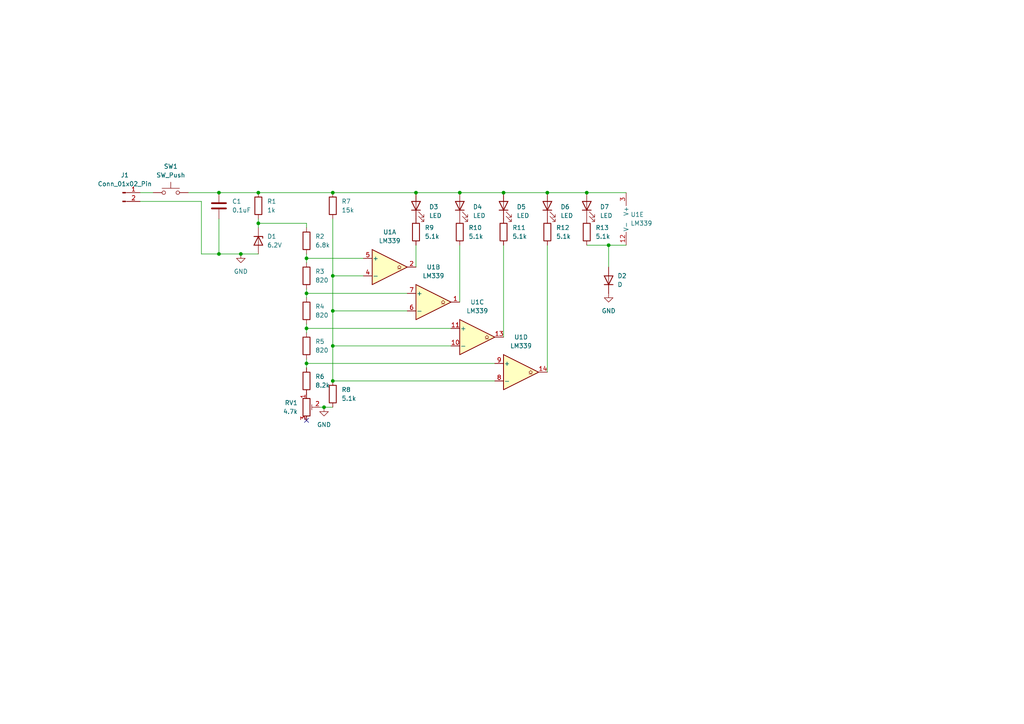
<source format=kicad_sch>
(kicad_sch (version 20231120) (generator "eeschema") (generator_version "8.0")
  (paper "A4")
  (lib_symbols
    (symbol "Comparator:LM339" (pin_names (offset 0.127))
      (property "Reference" "U" (at 0 5.08 0))
      (property "Value" "LM339" (at 0 -5.08 0))
      (symbol "LM339_1_1"
        (polyline (pts (xy -5.08 5.08) (xy 5.08 0) (xy -5.08 -5.08) (xy -5.08 5.08)) (stroke (width 0.254)) (fill (type background)))
        (polyline (pts (xy 3.302 -0.508) (xy 2.794 -0.508) (xy 3.302 0) (xy 2.794 0.508) (xy 2.286 0) (xy 2.794 -0.508) (xy 2.286 -0.508)) (stroke (width 0.127)))
        (pin open_collector line (at 7.62 0 180) (length 2.54) (name "~") (number "2"))
        (pin input line (at -7.62 -2.54 0) (length 2.54) (name "-") (number "4"))
        (pin input line (at -7.62 2.54 0) (length 2.54) (name "+") (number "5"))
      )
      (symbol "LM339_2_1"
        (polyline (pts (xy -5.08 5.08) (xy 5.08 0) (xy -5.08 -5.08) (xy -5.08 5.08)) (stroke (width 0.254)) (fill (type background)))
        (polyline (pts (xy 3.302 -0.508) (xy 2.794 -0.508) (xy 3.302 0) (xy 2.794 0.508) (xy 2.286 0) (xy 2.794 -0.508) (xy 2.286 -0.508)) (stroke (width 0.127)))
        (pin open_collector line (at 7.62 0 180) (length 2.54) (name "~") (number "1"))
        (pin input line (at -7.62 -2.54 0) (length 2.54) (name "-") (number "6"))
        (pin input line (at -7.62 2.54 0) (length 2.54) (name "+") (number "7"))
      )
      (symbol "LM339_3_1"
        (polyline (pts (xy -5.08 5.08) (xy 5.08 0) (xy -5.08 -5.08) (xy -5.08 5.08)) (stroke (width 0.254)) (fill (type background)))
        (polyline (pts (xy 3.302 -0.508) (xy 2.794 -0.508) (xy 3.302 0) (xy 2.794 0.508) (xy 2.286 0) (xy 2.794 -0.508) (xy 2.286 -0.508)) (stroke (width 0.127)))
        (pin input line (at -7.62 -2.54 0) (length 2.54) (name "-") (number "10"))
        (pin input line (at -7.62 2.54 0) (length 2.54) (name "+") (number "11"))
        (pin open_collector line (at 7.62 0 180) (length 2.54) (name "~") (number "13"))
      )
      (symbol "LM339_4_1"
        (polyline (pts (xy -5.08 5.08) (xy 5.08 0) (xy -5.08 -5.08) (xy -5.08 5.08)) (stroke (width 0.254)) (fill (type background)))
        (polyline (pts (xy 3.302 -0.508) (xy 2.794 -0.508) (xy 3.302 0) (xy 2.794 0.508) (xy 2.286 0) (xy 2.794 -0.508) (xy 2.286 -0.508)) (stroke (width 0.127)))
        (pin open_collector line (at 7.62 0 180) (length 2.54) (name "~") (number "14"))
        (pin input line (at -7.62 -2.54 0) (length 2.54) (name "-") (number "8"))
        (pin input line (at -7.62 2.54 0) (length 2.54) (name "+") (number "9"))
      )
      (symbol "LM339_5_1"
        (pin power_in line (at -2.54 -7.62 90) (length 3.81) (name "V-") (number "12"))
        (pin power_in line (at -2.54 7.62 270) (length 3.81) (name "V+") (number "3"))
      )
    )
    (symbol "Connector:Conn_01x02_Pin" (pin_names (offset 1.016) hide)
      (property "Reference" "J" (at 0 2.54 0))
      (property "Value" "Conn_01x02_Pin" (at 0 -5.08 0))
      (symbol "Conn_01x02_Pin_1_1"
        (polyline (pts (xy 1.27 -2.54) (xy 0.8636 -2.54)) (stroke (width 0.1524)))
        (polyline (pts (xy 1.27 0) (xy 0.8636 0)) (stroke (width 0.1524)))
        (rectangle (start 0.8636 -2.413) (end 0 -2.667) (stroke (width 0.1524)) (fill (type outline)))
        (rectangle (start 0.8636 0.127) (end 0 -0.127) (stroke (width 0.1524)) (fill (type outline)))
        (pin passive line (at 5.08 0 180) (length 3.81) (name "Pin_1") (number "1"))
        (pin passive line (at 5.08 -2.54 180) (length 3.81) (name "Pin_2") (number "2"))
      )
    )
    (symbol "Device:C" (pin_numbers hide) (pin_names (offset 0.254))
      (property "Reference" "C" (at 0.635 2.54 0))
      (property "Value" "C" (at 0.635 -2.54 0))
      (symbol "C_0_1"
        (polyline (pts (xy -2.032 -0.762) (xy 2.032 -0.762)) (stroke (width 0.508)))
        (polyline (pts (xy -2.032 0.762) (xy 2.032 0.762)) (stroke (width 0.508)))
      )
      (symbol "C_1_1"
        (pin passive line (at 0 3.81 270) (length 2.794) (name "~") (number "1"))
        (pin passive line (at 0 -3.81 90) (length 2.794) (name "~") (number "2"))
      )
    )
    (symbol "Device:D" (pin_numbers hide) (pin_names (offset 1.016) hide)
      (property "Reference" "D" (at 0 2.54 0))
      (property "Value" "D" (at 0 -2.54 0))
      (symbol "D_0_1"
        (polyline (pts (xy -1.27 1.27) (xy -1.27 -1.27)) (stroke (width 0.254)))
        (polyline (pts (xy 1.27 0) (xy -1.27 0)))
        (polyline (pts (xy 1.27 1.27) (xy 1.27 -1.27) (xy -1.27 0) (xy 1.27 1.27)) (stroke (width 0.254)))
      )
      (symbol "D_1_1"
        (pin passive line (at -3.81 0 0) (length 2.54) (name "K") (number "1"))
        (pin passive line (at 3.81 0 180) (length 2.54) (name "A") (number "2"))
      )
    )
    (symbol "Device:D_Zener" (pin_numbers hide) (pin_names (offset 1.016) hide)
      (property "Reference" "D" (at 0 2.54 0))
      (property "Value" "D_Zener" (at 0 -2.54 0))
      (symbol "D_Zener_0_1"
        (polyline (pts (xy 1.27 0) (xy -1.27 0)))
        (polyline (pts (xy -1.27 -1.27) (xy -1.27 1.27) (xy -0.762 1.27)) (stroke (width 0.254)))
        (polyline (pts (xy 1.27 -1.27) (xy 1.27 1.27) (xy -1.27 0) (xy 1.27 -1.27)) (stroke (width 0.254)))
      )
      (symbol "D_Zener_1_1"
        (pin passive line (at -3.81 0 0) (length 2.54) (name "K") (number "1"))
        (pin passive line (at 3.81 0 180) (length 2.54) (name "A") (number "2"))
      )
    )
    (symbol "Device:LED" (pin_numbers hide) (pin_names (offset 1.016) hide)
      (property "Reference" "D" (at 0 2.54 0))
      (property "Value" "LED" (at 0 -2.54 0))
      (symbol "LED_0_1"
        (polyline (pts (xy -1.27 -1.27) (xy -1.27 1.27)) (stroke (width 0.254)))
        (polyline (pts (xy -1.27 0) (xy 1.27 0)))
        (polyline (pts (xy 1.27 -1.27) (xy 1.27 1.27) (xy -1.27 0) (xy 1.27 -1.27)) (stroke (width 0.254)))
        (polyline (pts (xy -3.048 -0.762) (xy -4.572 -2.286) (xy -3.81 -2.286) (xy -4.572 -2.286) (xy -4.572 -1.524)))
        (polyline (pts (xy -1.778 -0.762) (xy -3.302 -2.286) (xy -2.54 -2.286) (xy -3.302 -2.286) (xy -3.302 -1.524)))
      )
      (symbol "LED_1_1"
        (pin passive line (at -3.81 0 0) (length 2.54) (name "K") (number "1"))
        (pin passive line (at 3.81 0 180) (length 2.54) (name "A") (number "2"))
      )
    )
    (symbol "Device:R" (pin_numbers hide) (pin_names (offset 0))
      (property "Reference" "R" (at 2.032 0 90))
      (property "Value" "R" (at 0 0 90))
      (symbol "R_0_1"
        (rectangle (start -1.016 -2.54) (end 1.016 2.54) (stroke (width 0.254)))
      )
      (symbol "R_1_1"
        (pin passive line (at 0 3.81 270) (length 1.27) (name "~") (number "1"))
        (pin passive line (at 0 -3.81 90) (length 1.27) (name "~") (number "2"))
      )
    )
    (symbol "Device:R_Potentiometer_Trim" (pin_names (offset 1.016) hide)
      (property "Reference" "RV" (at -4.445 0 90))
      (property "Value" "R_Potentiometer_Trim" (at -2.54 0 90))
      (symbol "R_Potentiometer_Trim_0_1"
        (polyline (pts (xy 1.524 0.762) (xy 1.524 -0.762)))
        (polyline (pts (xy 2.54 0) (xy 1.524 0)))
        (rectangle (start 1.016 2.54) (end -1.016 -2.54) (stroke (width 0.254)))
      )
      (symbol "R_Potentiometer_Trim_1_1"
        (pin passive line (at 0 3.81 270) (length 1.27) (name "1") (number "1"))
        (pin passive line (at 3.81 0 180) (length 1.27) (name "2") (number "2"))
        (pin passive line (at 0 -3.81 90) (length 1.27) (name "3") (number "3"))
      )
    )
    (symbol "Switch:SW_Push" (pin_numbers hide) (pin_names (offset 1.016) hide)
      (property "Reference" "SW" (at 1.27 2.54 0))
      (property "Value" "SW_Push" (at 0 -1.524 0))
      (symbol "SW_Push_0_1"
        (circle (center -2.032 0) (radius 0.508))
        (polyline (pts (xy 0 1.27) (xy 0 3.048)))
        (polyline (pts (xy 2.54 1.27) (xy -2.54 1.27)))
        (circle (center 2.032 0) (radius 0.508))
        (pin passive line (at -5.08 0 0) (length 2.54) (name "1") (number "1"))
        (pin passive line (at 5.08 0 180) (length 2.54) (name "2") (number "2"))
      )
    )
    (symbol "power:GND" (power) (pin_numbers hide) (pin_names (offset 0) hide)
      (property "Value" "GND" (at 0 -3.81 0))
      (symbol "GND_0_1"
        (polyline (pts (xy 0 0) (xy 0 -1.27) (xy 1.27 -1.27) (xy 0 -2.54) (xy -1.27 -1.27) (xy 0 -1.27)))
      )
      (symbol "GND_1_1"
        (pin power_in line (at 0 0 270) (length 0) (name "~") (number "1"))
      )
    )
  )
  (junction (at 88.9 95.25))
  (junction (at 96.52 90.17))
  (junction (at 69.85 73.66))
  (junction (at 120.65 55.88))
  (junction (at 63.5 55.88))
  (junction (at 74.93 55.88))
  (junction (at 96.52 55.88))
  (junction (at 133.35 55.88))
  (junction (at 88.9 105.41))
  (junction (at 96.52 100.33))
  (junction (at 176.53 71.12))
  (junction (at 88.9 85.09))
  (junction (at 93.98 118.11))
  (junction (at 74.93 64.77))
  (junction (at 63.5 73.66))
  (junction (at 96.52 110.49))
  (junction (at 96.52 80.01))
  (junction (at 170.18 55.88))
  (junction (at 158.75 55.88))
  (junction (at 88.9 74.93))
  (junction (at 146.05 55.88))
  (no_connect (at 88.9 121.92))
  (wire (pts (xy 88.9 105.41) (xy 143.51 105.41)))
  (wire (pts (xy 63.5 55.88) (xy 74.93 55.88)))
  (wire (pts (xy 74.93 64.77) (xy 74.93 66.04)))
  (wire (pts (xy 158.75 55.88) (xy 170.18 55.88)))
  (wire (pts (xy 88.9 85.09) (xy 118.11 85.09)))
  (wire (pts (xy 88.9 95.25) (xy 130.81 95.25)))
  (wire (pts (xy 133.35 55.88) (xy 146.05 55.88)))
  (wire (pts (xy 96.52 100.33) (xy 96.52 110.49)))
  (wire (pts (xy 74.93 55.88) (xy 96.52 55.88)))
  (wire (pts (xy 96.52 100.33) (xy 130.81 100.33)))
  (wire (pts (xy 63.5 63.5) (xy 63.5 73.66)))
  (wire (pts (xy 88.9 93.98) (xy 88.9 95.25)))
  (wire (pts (xy 88.9 105.41) (xy 88.9 106.68)))
  (wire (pts (xy 96.52 55.88) (xy 120.65 55.88)))
  (wire (pts (xy 170.18 55.88) (xy 181.61 55.88)))
  (wire (pts (xy 93.98 118.11) (xy 96.52 118.11)))
  (wire (pts (xy 133.35 71.12) (xy 133.35 87.63)))
  (wire (pts (xy 88.9 64.77) (xy 74.93 64.77)))
  (wire (pts (xy 74.93 63.5) (xy 74.93 64.77)))
  (wire (pts (xy 58.42 58.42) (xy 58.42 73.66)))
  (wire (pts (xy 88.9 74.93) (xy 88.9 76.2)))
  (wire (pts (xy 88.9 66.04) (xy 88.9 64.77)))
  (wire (pts (xy 96.52 90.17) (xy 96.52 100.33)))
  (wire (pts (xy 40.64 58.42) (xy 58.42 58.42)))
  (wire (pts (xy 40.64 55.88) (xy 44.45 55.88)))
  (wire (pts (xy 54.61 55.88) (xy 63.5 55.88)))
  (wire (pts (xy 88.9 104.14) (xy 88.9 105.41)))
  (wire (pts (xy 88.9 85.09) (xy 88.9 86.36)))
  (wire (pts (xy 176.53 71.12) (xy 181.61 71.12)))
  (wire (pts (xy 69.85 73.66) (xy 74.93 73.66)))
  (wire (pts (xy 170.18 71.12) (xy 176.53 71.12)))
  (wire (pts (xy 146.05 55.88) (xy 158.75 55.88)))
  (wire (pts (xy 92.71 118.11) (xy 93.98 118.11)))
  (wire (pts (xy 88.9 73.66) (xy 88.9 74.93)))
  (wire (pts (xy 120.65 55.88) (xy 133.35 55.88)))
  (wire (pts (xy 146.05 71.12) (xy 146.05 97.79)))
  (wire (pts (xy 88.9 74.93) (xy 105.41 74.93)))
  (wire (pts (xy 96.52 63.5) (xy 96.52 80.01)))
  (wire (pts (xy 63.5 73.66) (xy 69.85 73.66)))
  (wire (pts (xy 176.53 71.12) (xy 176.53 77.47)))
  (wire (pts (xy 158.75 71.12) (xy 158.75 107.95)))
  (wire (pts (xy 58.42 73.66) (xy 63.5 73.66)))
  (wire (pts (xy 120.65 71.12) (xy 120.65 77.47)))
  (wire (pts (xy 88.9 83.82) (xy 88.9 85.09)))
  (wire (pts (xy 96.52 90.17) (xy 118.11 90.17)))
  (wire (pts (xy 96.52 80.01) (xy 96.52 90.17)))
  (wire (pts (xy 96.52 80.01) (xy 105.41 80.01)))
  (wire (pts (xy 96.52 110.49) (xy 143.51 110.49)))
  (wire (pts (xy 88.9 95.25) (xy 88.9 96.52)))
  (symbol (lib_id "Comparator:LM339") (at 125.73 87.63 0) (unit 2)
    (property "Reference" "U1" (at 125.73 77.47 0))
    (property "Value" "LM339" (at 125.73 80.01 0))
    (property "Footprint" "Package_SO:SSOP-14_5.3x6.2mm_P0.65mm" (effects (hide yes)))
    (property "Datasheet" "https://www.st.com/resource/en/datasheet/lm139.pdf" (effects (hide yes)))
    (property "Description" "Quad Differential Comparators, SOIC-14/TSSOP-14" (effects (hide yes)))
  )
  (symbol (lib_id "Device:LED") (at 158.75 59.69 90) (unit 1)
    (property "Reference" "D6" (at 162.56 60.0074 90) (effects (justify right)))
    (property "Value" "LED" (at 162.56 62.5474 90) (effects (justify right)))
    (property "Footprint" "LED_SMD:LED_0805_2012Metric_Pad1.15x1.40mm_HandSolder" (effects (hide yes)))
    (property "Description" "Light emitting diode" (effects (hide yes)))
  )
  (symbol (lib_id "power:GND") (at 93.98 118.11 0) (unit 1)
    (property "Reference" "#PWR03" (effects (hide yes)))
    (property "Value" "GND" (at 93.98 123.19 0))
    (property "Description" "Power symbol creates a global label with name \"GND\" , ground" (effects (hide yes)))
  )
  (symbol (lib_id "power:GND") (at 69.85 73.66 0) (unit 1)
    (property "Reference" "#PWR02" (effects (hide yes)))
    (property "Value" "GND" (at 69.85 78.74 0))
    (property "Description" "Power symbol creates a global label with name \"GND\" , ground" (effects (hide yes)))
  )
  (symbol (lib_id "Device:R") (at 158.75 67.31 0) (unit 1)
    (property "Reference" "R12" (at 161.29 66.0399 0) (effects (justify left)))
    (property "Value" "5.1k" (at 161.29 68.5799 0) (effects (justify left)))
    (property "Footprint" "Resistor_SMD:R_0805_2012Metric_Pad1.20x1.40mm_HandSolder" (effects (hide yes)))
    (property "Description" "Resistor" (effects (hide yes)))
  )
  (symbol (lib_id "Device:R_Potentiometer_Trim") (at 88.9 118.11 0) (unit 1)
    (property "Reference" "RV1" (at 86.36 116.8399 0) (effects (justify right)))
    (property "Value" "4.7k" (at 86.36 119.3799 0) (effects (justify right)))
    (property "Footprint" "Potentiometer_SMD:Potentiometer_Bourns_3214J_Horizontal" (effects (hide yes)))
    (property "Description" "Trim-potentiometer" (effects (hide yes)))
  )
  (symbol (lib_id "Comparator:LM339") (at 138.43 97.79 0) (unit 3)
    (property "Reference" "U1" (at 138.43 87.63 0))
    (property "Value" "LM339" (at 138.43 90.17 0))
    (property "Footprint" "Package_SO:SSOP-14_5.3x6.2mm_P0.65mm" (effects (hide yes)))
    (property "Datasheet" "https://www.st.com/resource/en/datasheet/lm139.pdf" (effects (hide yes)))
    (property "Description" "Quad Differential Comparators, SOIC-14/TSSOP-14" (effects (hide yes)))
  )
  (symbol (lib_id "Device:LED") (at 120.65 59.69 90) (unit 1)
    (property "Reference" "D3" (at 124.46 60.0074 90) (effects (justify right)))
    (property "Value" "LED" (at 124.46 62.5474 90) (effects (justify right)))
    (property "Footprint" "LED_SMD:LED_0805_2012Metric_Pad1.15x1.40mm_HandSolder" (effects (hide yes)))
    (property "Description" "Light emitting diode" (effects (hide yes)))
  )
  (symbol (lib_id "Device:R") (at 170.18 67.31 0) (unit 1)
    (property "Reference" "R13" (at 172.72 66.0399 0) (effects (justify left)))
    (property "Value" "5.1k" (at 172.72 68.5799 0) (effects (justify left)))
    (property "Footprint" "Resistor_SMD:R_0805_2012Metric_Pad1.20x1.40mm_HandSolder" (effects (hide yes)))
    (property "Description" "Resistor" (effects (hide yes)))
  )
  (symbol (lib_id "Device:R") (at 74.93 59.69 0) (unit 1)
    (property "Reference" "R1" (at 77.47 58.4199 0) (effects (justify left)))
    (property "Value" "1k" (at 77.47 60.9599 0) (effects (justify left)))
    (property "Footprint" "Resistor_SMD:R_0805_2012Metric_Pad1.20x1.40mm_HandSolder" (effects (hide yes)))
    (property "Description" "Resistor" (effects (hide yes)))
  )
  (symbol (lib_id "Device:R") (at 133.35 67.31 0) (unit 1)
    (property "Reference" "R10" (at 135.89 66.0399 0) (effects (justify left)))
    (property "Value" "5.1k" (at 135.89 68.5799 0) (effects (justify left)))
    (property "Footprint" "Resistor_SMD:R_0805_2012Metric_Pad1.20x1.40mm_HandSolder" (effects (hide yes)))
    (property "Description" "Resistor" (effects (hide yes)))
  )
  (symbol (lib_id "Device:R") (at 96.52 114.3 0) (unit 1)
    (property "Reference" "R8" (at 99.06 113.0299 0) (effects (justify left)))
    (property "Value" "5.1k" (at 99.06 115.5699 0) (effects (justify left)))
    (property "Footprint" "Resistor_SMD:R_0805_2012Metric_Pad1.20x1.40mm_HandSolder" (effects (hide yes)))
    (property "Description" "Resistor" (effects (hide yes)))
  )
  (symbol (lib_id "Device:R") (at 146.05 67.31 0) (unit 1)
    (property "Reference" "R11" (at 148.59 66.0399 0) (effects (justify left)))
    (property "Value" "5.1k" (at 148.59 68.5799 0) (effects (justify left)))
    (property "Footprint" "Resistor_SMD:R_0805_2012Metric_Pad1.20x1.40mm_HandSolder" (effects (hide yes)))
    (property "Description" "Resistor" (effects (hide yes)))
  )
  (symbol (lib_id "Device:R") (at 120.65 67.31 0) (unit 1)
    (property "Reference" "R9" (at 123.19 66.0399 0) (effects (justify left)))
    (property "Value" "5.1k" (at 123.19 68.5799 0) (effects (justify left)))
    (property "Footprint" "Resistor_SMD:R_0805_2012Metric_Pad1.20x1.40mm_HandSolder" (effects (hide yes)))
    (property "Description" "Resistor" (effects (hide yes)))
  )
  (symbol (lib_id "Device:R") (at 88.9 90.17 0) (unit 1)
    (property "Reference" "R4" (at 91.44 88.8999 0) (effects (justify left)))
    (property "Value" "820" (at 91.44 91.4399 0) (effects (justify left)))
    (property "Footprint" "Resistor_SMD:R_0805_2012Metric_Pad1.20x1.40mm_HandSolder" (effects (hide yes)))
    (property "Description" "Resistor" (effects (hide yes)))
  )
  (symbol (lib_id "power:GND") (at 176.53 85.09 0) (unit 1)
    (property "Reference" "#PWR04" (effects (hide yes)))
    (property "Value" "GND" (at 176.53 90.17 0))
    (property "Description" "Power symbol creates a global label with name \"GND\" , ground" (effects (hide yes)))
  )
  (symbol (lib_id "Device:LED") (at 133.35 59.69 90) (unit 1)
    (property "Reference" "D4" (at 137.16 60.0074 90) (effects (justify right)))
    (property "Value" "LED" (at 137.16 62.5474 90) (effects (justify right)))
    (property "Footprint" "LED_SMD:LED_0805_2012Metric_Pad1.15x1.40mm_HandSolder" (effects (hide yes)))
    (property "Description" "Light emitting diode" (effects (hide yes)))
  )
  (symbol (lib_id "Comparator:LM339") (at 113.03 77.47 0) (unit 1)
    (property "Reference" "U1" (at 113.03 67.31 0))
    (property "Value" "LM339" (at 113.03 69.85 0))
    (property "Footprint" "Package_SO:SSOP-14_5.3x6.2mm_P0.65mm" (effects (hide yes)))
    (property "Datasheet" "https://www.st.com/resource/en/datasheet/lm139.pdf" (effects (hide yes)))
    (property "Description" "Quad Differential Comparators, SOIC-14/TSSOP-14" (effects (hide yes)))
  )
  (symbol (lib_id "Comparator:LM339") (at 151.13 107.95 0) (unit 4)
    (property "Reference" "U1" (at 151.13 97.79 0))
    (property "Value" "LM339" (at 151.13 100.33 0))
    (property "Footprint" "Package_SO:SSOP-14_5.3x6.2mm_P0.65mm" (effects (hide yes)))
    (property "Datasheet" "https://www.st.com/resource/en/datasheet/lm139.pdf" (effects (hide yes)))
    (property "Description" "Quad Differential Comparators, SOIC-14/TSSOP-14" (effects (hide yes)))
  )
  (symbol (lib_id "Device:R") (at 96.52 59.69 0) (unit 1)
    (property "Reference" "R7" (at 99.06 58.4199 0) (effects (justify left)))
    (property "Value" "15k" (at 99.06 60.9599 0) (effects (justify left)))
    (property "Footprint" "Resistor_SMD:R_0805_2012Metric_Pad1.20x1.40mm_HandSolder" (effects (hide yes)))
    (property "Description" "Resistor" (effects (hide yes)))
  )
  (symbol (lib_id "Device:C") (at 63.5 59.69 0) (unit 1)
    (property "Reference" "C1" (at 67.31 58.4199 0) (effects (justify left)))
    (property "Value" "0.1uF" (at 67.31 60.9599 0) (effects (justify left)))
    (property "Footprint" "Capacitor_SMD:C_1206_3216Metric_Pad1.33x1.80mm_HandSolder" (effects (hide yes)))
    (property "Description" "Unpolarized capacitor" (effects (hide yes)))
  )
  (symbol (lib_id "Device:D") (at 176.53 81.28 90) (unit 1)
    (property "Reference" "D2" (at 179.07 80.0099 90) (effects (justify right)))
    (property "Value" "D" (at 179.07 82.5499 90) (effects (justify right)))
    (property "Footprint" "Diode_SMD:D_SOD-123" (effects (hide yes)))
    (property "Description" "Diode" (effects (hide yes)))
    (property "Sim.Device" "D" (effects (hide yes)))
    (property "Sim.Pins" "1=K 2=A" (effects (hide yes)))
  )
  (symbol (lib_id "Device:R") (at 88.9 110.49 0) (unit 1)
    (property "Reference" "R6" (at 91.44 109.2199 0) (effects (justify left)))
    (property "Value" "8.2k" (at 91.44 111.7599 0) (effects (justify left)))
    (property "Footprint" "Resistor_SMD:R_0805_2012Metric_Pad1.20x1.40mm_HandSolder" (effects (hide yes)))
    (property "Description" "Resistor" (effects (hide yes)))
  )
  (symbol (lib_id "Device:R") (at 88.9 100.33 0) (unit 1)
    (property "Reference" "R5" (at 91.44 99.0599 0) (effects (justify left)))
    (property "Value" "820" (at 91.44 101.5999 0) (effects (justify left)))
    (property "Footprint" "Resistor_SMD:R_0805_2012Metric_Pad1.20x1.40mm_HandSolder" (effects (hide yes)))
    (property "Description" "Resistor" (effects (hide yes)))
  )
  (symbol (lib_id "Device:R") (at 88.9 69.85 0) (unit 1)
    (property "Reference" "R2" (at 91.44 68.5799 0) (effects (justify left)))
    (property "Value" "6.8k" (at 91.44 71.1199 0) (effects (justify left)))
    (property "Footprint" "Resistor_SMD:R_0805_2012Metric_Pad1.20x1.40mm_HandSolder" (effects (hide yes)))
    (property "Description" "Resistor" (effects (hide yes)))
  )
  (symbol (lib_id "Device:LED") (at 146.05 59.69 90) (unit 1)
    (property "Reference" "D5" (at 149.86 60.0074 90) (effects (justify right)))
    (property "Value" "LED" (at 149.86 62.5474 90) (effects (justify right)))
    (property "Footprint" "LED_SMD:LED_0805_2012Metric_Pad1.15x1.40mm_HandSolder" (effects (hide yes)))
    (property "Description" "Light emitting diode" (effects (hide yes)))
  )
  (symbol (lib_id "Switch:SW_Push") (at 49.53 55.88 0) (unit 1)
    (property "Reference" "SW1" (at 49.53 48.26 0))
    (property "Value" "SW_Push" (at 49.53 50.8 0))
    (property "Footprint" "Button_Switch_SMD:SW_Push_1P1T_NO_6x6mm_H9.5mm" (effects (hide yes)))
    (property "Description" "Push button switch, generic, two pins" (effects (hide yes)))
  )
  (symbol (lib_id "Comparator:LM339") (at 184.15 63.5 0) (unit 5)
    (property "Reference" "U1" (at 182.88 62.2299 0) (effects (justify left)))
    (property "Value" "LM339" (at 182.88 64.7699 0) (effects (justify left)))
    (property "Footprint" "Package_SO:SSOP-14_5.3x6.2mm_P0.65mm" (effects (hide yes)))
    (property "Datasheet" "https://www.st.com/resource/en/datasheet/lm139.pdf" (effects (hide yes)))
    (property "Description" "Quad Differential Comparators, SOIC-14/TSSOP-14" (effects (hide yes)))
  )
  (symbol (lib_id "Device:R") (at 88.9 80.01 0) (unit 1)
    (property "Reference" "R3" (at 91.44 78.7399 0) (effects (justify left)))
    (property "Value" "820" (at 91.44 81.2799 0) (effects (justify left)))
    (property "Footprint" "Resistor_SMD:R_0805_2012Metric_Pad1.20x1.40mm_HandSolder" (effects (hide yes)))
    (property "Description" "Resistor" (effects (hide yes)))
  )
  (symbol (lib_id "Device:D_Zener") (at 74.93 69.85 270) (unit 1)
    (property "Reference" "D1" (at 77.47 68.5799 90) (effects (justify left)))
    (property "Value" "6.2V" (at 77.47 71.1199 90) (effects (justify left)))
    (property "Footprint" "Diode_SMD:D_SOD-123" (effects (hide yes)))
    (property "Description" "Zener diode" (effects (hide yes)))
  )
  (symbol (lib_id "Connector:Conn_01x02_Pin") (at 35.56 55.88 0) (unit 1)
    (property "Reference" "J1" (at 36.195 50.8 0))
    (property "Value" "Conn_01x02_Pin" (at 36.195 53.34 0))
    (property "Footprint" "Connector_PinHeader_2.54mm:PinHeader_1x02_P2.54mm_Vertical" (effects (hide yes)))
    (property "Description" "Generic connector, single row, 01x02, script generated" (effects (hide yes)))
  )
  (symbol (lib_id "Device:LED") (at 170.18 59.69 90) (unit 1)
    (property "Reference" "D7" (at 173.99 60.0074 90) (effects (justify right)))
    (property "Value" "LED" (at 173.99 62.5474 90) (effects (justify right)))
    (property "Footprint" "LED_SMD:LED_0805_2012Metric_Pad1.15x1.40mm_HandSolder" (effects (hide yes)))
    (property "Description" "Light emitting diode" (effects (hide yes)))
  )
)
</source>
